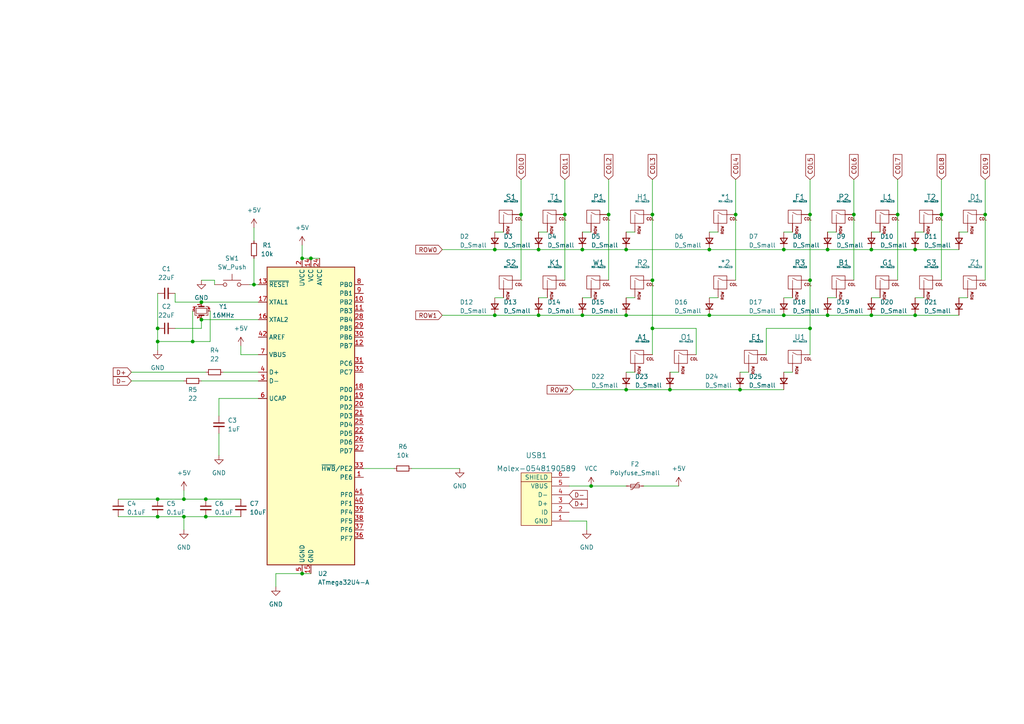
<source format=kicad_sch>
(kicad_sch (version 20211123) (generator eeschema)
  (paper "A4")
  (lib_symbols
    (symbol "Device:C_Small" (pin_numbers hide) (pin_names (offset 0.254) hide)
      (property "Reference" "C" (at 0.254 1.778 0))
      (property "Value" "C_Small" (at 0.254 -2.032 0))
      (symbol "C_Small_0_1"
        (polyline (pts (xy -1.524 -0.508) (xy 1.524 -0.508)) (stroke (width 0.3302)))
        (polyline (pts (xy -1.524 0.508) (xy 1.524 0.508)) (stroke (width 0.3048)))
      )
      (symbol "C_Small_1_1"
        (pin passive line (at 0 2.54 270) (length 2.032) (name "~") (number "1"))
        (pin passive line (at 0 -2.54 90) (length 2.032) (name "~") (number "2"))
      )
    )
    (symbol "Device:Crystal_GND24_Small" (pin_names (offset 1.016) hide)
      (property "Reference" "Y" (at 1.27 4.445 0))
      (property "Value" "Crystal_GND24_Small" (at 1.27 2.54 0))
      (symbol "Crystal_GND24_Small_0_1"
        (rectangle (start -0.762 -1.524) (end 0.762 1.524))
        (polyline (pts (xy -1.27 -0.762) (xy -1.27 0.762)) (stroke (width 0.381)))
        (polyline (pts (xy 1.27 -0.762) (xy 1.27 0.762)) (stroke (width 0.381)))
        (polyline (pts (xy -1.27 -1.27) (xy -1.27 -1.905) (xy 1.27 -1.905) (xy 1.27 -1.27)))
        (polyline (pts (xy -1.27 1.27) (xy -1.27 1.905) (xy 1.27 1.905) (xy 1.27 1.27)))
      )
      (symbol "Crystal_GND24_Small_1_1"
        (pin passive line (at -2.54 0 0) (length 1.27) (name "1") (number "1"))
        (pin passive line (at 0 -2.54 90) (length 0.635) (name "2") (number "2"))
        (pin passive line (at 2.54 0 180) (length 1.27) (name "3") (number "3"))
        (pin passive line (at 0 2.54 270) (length 0.635) (name "4") (number "4"))
      )
    )
    (symbol "Device:D_Small" (pin_numbers hide) (pin_names (offset 0.254) hide)
      (property "Reference" "D" (at -1.27 2.032 0))
      (property "Value" "D_Small" (at -3.81 -2.032 0))
      (symbol "D_Small_0_1"
        (polyline (pts (xy -0.762 -1.016) (xy -0.762 1.016)) (stroke (width 0.254)))
        (polyline (pts (xy -0.762 0) (xy 0.762 0)))
        (polyline (pts (xy 0.762 -1.016) (xy -0.762 0) (xy 0.762 1.016) (xy 0.762 -1.016)) (stroke (width 0.254)))
      )
      (symbol "D_Small_1_1"
        (pin passive line (at -2.54 0 0) (length 1.778) (name "K") (number "1"))
        (pin passive line (at 2.54 0 180) (length 1.778) (name "A") (number "2"))
      )
    )
    (symbol "Device:Polyfuse_Small" (pin_numbers hide) (pin_names (offset 0))
      (property "Reference" "F" (at -1.905 0 90))
      (property "Value" "Polyfuse_Small" (at 1.905 0 90))
      (symbol "Polyfuse_Small_0_1"
        (rectangle (start -0.508 1.27) (end 0.508 -1.27))
        (polyline (pts (xy 0 2.54) (xy 0 -2.54)))
        (polyline (pts (xy -1.016 1.27) (xy -1.016 0.762) (xy 1.016 -0.762) (xy 1.016 -1.27)))
      )
      (symbol "Polyfuse_Small_1_1"
        (pin passive line (at 0 2.54 270) (length 0.635) (name "~") (number "1"))
        (pin passive line (at 0 -2.54 90) (length 0.635) (name "~") (number "2"))
      )
    )
    (symbol "Device:R_Small" (pin_numbers hide) (pin_names (offset 0.254) hide)
      (property "Reference" "R" (at 0.762 0.508 0))
      (property "Value" "R_Small" (at 0.762 -1.016 0))
      (symbol "R_Small_0_1"
        (rectangle (start -0.762 1.778) (end 0.762 -1.778) (stroke (width 0.2032)))
      )
      (symbol "R_Small_1_1"
        (pin passive line (at 0 2.54 270) (length 0.762) (name "~") (number "1"))
        (pin passive line (at 0 -2.54 90) (length 0.762) (name "~") (number "2"))
      )
    )
    (symbol "MCU_Microchip_ATmega:ATmega32U4-A"
      (property "Reference" "U" (at -12.7 44.45 0))
      (property "Value" "ATmega32U4-A" (at 2.54 -44.45 0))
      (symbol "ATmega32U4-A_0_1"
        (rectangle (start -12.7 -43.18) (end 12.7 43.18) (stroke (width 0.254)) (fill (type background)))
      )
      (symbol "ATmega32U4-A_1_1"
        (pin bidirectional line (at 15.24 -17.78 180) (length 2.54) (name "PE6") (number "1"))
        (pin bidirectional line (at 15.24 33.02 180) (length 2.54) (name "PB2") (number "10"))
        (pin bidirectional line (at 15.24 30.48 180) (length 2.54) (name "PB3") (number "11"))
        (pin bidirectional line (at 15.24 20.32 180) (length 2.54) (name "PB7") (number "12"))
        (pin input line (at -15.24 38.1 0) (length 2.54) (name "~{RESET}") (number "13"))
        (pin power_in line (at 0 45.72 270) (length 2.54) (name "VCC") (number "14"))
        (pin power_in line (at 0 -45.72 90) (length 2.54) (name "GND") (number "15"))
        (pin output line (at -15.24 27.94 0) (length 2.54) (name "XTAL2") (number "16"))
        (pin input line (at -15.24 33.02 0) (length 2.54) (name "XTAL1") (number "17"))
        (pin bidirectional line (at 15.24 7.62 180) (length 2.54) (name "PD0") (number "18"))
        (pin bidirectional line (at 15.24 5.08 180) (length 2.54) (name "PD1") (number "19"))
        (pin power_in line (at -2.54 45.72 270) (length 2.54) (name "UVCC") (number "2"))
        (pin bidirectional line (at 15.24 2.54 180) (length 2.54) (name "PD2") (number "20"))
        (pin bidirectional line (at 15.24 0 180) (length 2.54) (name "PD3") (number "21"))
        (pin bidirectional line (at 15.24 -5.08 180) (length 2.54) (name "PD5") (number "22"))
        (pin passive line (at 0 -45.72 90) (length 2.54) hide (name "GND") (number "23"))
        (pin power_in line (at 2.54 45.72 270) (length 2.54) (name "AVCC") (number "24"))
        (pin bidirectional line (at 15.24 -2.54 180) (length 2.54) (name "PD4") (number "25"))
        (pin bidirectional line (at 15.24 -7.62 180) (length 2.54) (name "PD6") (number "26"))
        (pin bidirectional line (at 15.24 -10.16 180) (length 2.54) (name "PD7") (number "27"))
        (pin bidirectional line (at 15.24 27.94 180) (length 2.54) (name "PB4") (number "28"))
        (pin bidirectional line (at 15.24 25.4 180) (length 2.54) (name "PB5") (number "29"))
        (pin bidirectional line (at -15.24 10.16 0) (length 2.54) (name "D-") (number "3"))
        (pin bidirectional line (at 15.24 22.86 180) (length 2.54) (name "PB6") (number "30"))
        (pin bidirectional line (at 15.24 15.24 180) (length 2.54) (name "PC6") (number "31"))
        (pin bidirectional line (at 15.24 12.7 180) (length 2.54) (name "PC7") (number "32"))
        (pin bidirectional line (at 15.24 -15.24 180) (length 2.54) (name "~{HWB}/PE2") (number "33"))
        (pin passive line (at 0 45.72 270) (length 2.54) hide (name "VCC") (number "34"))
        (pin passive line (at 0 -45.72 90) (length 2.54) hide (name "GND") (number "35"))
        (pin bidirectional line (at 15.24 -35.56 180) (length 2.54) (name "PF7") (number "36"))
        (pin bidirectional line (at 15.24 -33.02 180) (length 2.54) (name "PF6") (number "37"))
        (pin bidirectional line (at 15.24 -30.48 180) (length 2.54) (name "PF5") (number "38"))
        (pin bidirectional line (at 15.24 -27.94 180) (length 2.54) (name "PF4") (number "39"))
        (pin bidirectional line (at -15.24 12.7 0) (length 2.54) (name "D+") (number "4"))
        (pin bidirectional line (at 15.24 -25.4 180) (length 2.54) (name "PF1") (number "40"))
        (pin bidirectional line (at 15.24 -22.86 180) (length 2.54) (name "PF0") (number "41"))
        (pin passive line (at -15.24 22.86 0) (length 2.54) (name "AREF") (number "42"))
        (pin passive line (at 0 -45.72 90) (length 2.54) hide (name "GND") (number "43"))
        (pin passive line (at 2.54 45.72 270) (length 2.54) hide (name "AVCC") (number "44"))
        (pin passive line (at -2.54 -45.72 90) (length 2.54) (name "UGND") (number "5"))
        (pin passive line (at -15.24 5.08 0) (length 2.54) (name "UCAP") (number "6"))
        (pin input line (at -15.24 17.78 0) (length 2.54) (name "VBUS") (number "7"))
        (pin bidirectional line (at 15.24 38.1 180) (length 2.54) (name "PB0") (number "8"))
        (pin bidirectional line (at 15.24 35.56 180) (length 2.54) (name "PB1") (number "9"))
      )
    )
    (symbol "MX_Alps_Hybrid:MX-NoLED" (pin_names (offset 1.016))
      (property "Reference" "MX" (at -0.635 3.81 0))
      (property "Value" "MX-NoLED" (at -0.635 1.27 0))
      (symbol "MX-NoLED_0_0"
        (rectangle (start -2.54 2.54) (end 1.27 -1.27))
        (polyline (pts (xy -1.27 -1.27) (xy -1.27 1.27)) (stroke (width 0.127)))
        (polyline (pts (xy 1.27 1.27) (xy 0 1.27) (xy -1.27 1.905)) (stroke (width 0.127)))
        (text "COL" (at 3.175 0 0) (effects (font (size 0.762 0.762))))
        (text "ROW" (at 0 -1.905 900) (effects (font (size 0.762 0.762)) (justify right)))
      )
      (symbol "MX-NoLED_1_1"
        (pin passive line (at 3.81 1.27 180) (length 2.54) (name "COL") (number "1"))
        (pin passive line (at -1.27 -3.81 90) (length 2.54) (name "ROW") (number "2"))
      )
    )
    (symbol "Switch:SW_Push" (pin_numbers hide) (pin_names (offset 1.016) hide)
      (property "Reference" "SW" (at 1.27 2.54 0))
      (property "Value" "SW_Push" (at 0 -1.524 0))
      (symbol "SW_Push_0_1"
        (circle (center -2.032 0) (radius 0.508))
        (polyline (pts (xy 0 1.27) (xy 0 3.048)))
        (polyline (pts (xy 2.54 1.27) (xy -2.54 1.27)))
        (circle (center 2.032 0) (radius 0.508))
        (pin passive line (at -5.08 0 0) (length 2.54) (name "1") (number "1"))
        (pin passive line (at 5.08 0 180) (length 2.54) (name "2") (number "2"))
      )
    )
    (symbol "power:+5V" (power) (pin_names (offset 0))
      (property "Value" "+5V" (at 0 3.556 0))
      (symbol "+5V_0_1"
        (polyline (pts (xy -0.762 1.27) (xy 0 2.54)))
        (polyline (pts (xy 0 0) (xy 0 2.54)))
        (polyline (pts (xy 0 2.54) (xy 0.762 1.27)))
      )
      (symbol "+5V_1_1"
        (pin power_in line (at 0 0 90) (length 0) hide (name "+5V") (number "1"))
      )
    )
    (symbol "power:GND" (power) (pin_names (offset 0))
      (property "Value" "GND" (at 0 -3.81 0))
      (symbol "GND_0_1"
        (polyline (pts (xy 0 0) (xy 0 -1.27) (xy 1.27 -1.27) (xy 0 -2.54) (xy -1.27 -1.27) (xy 0 -1.27)))
      )
      (symbol "GND_1_1"
        (pin power_in line (at 0 0 270) (length 0) hide (name "GND") (number "1"))
      )
    )
    (symbol "power:VCC" (power) (pin_names (offset 0))
      (property "Value" "VCC" (at 0 3.81 0))
      (symbol "VCC_0_1"
        (polyline (pts (xy -0.762 1.27) (xy 0 2.54)))
        (polyline (pts (xy 0 0) (xy 0 2.54)))
        (polyline (pts (xy 0 2.54) (xy 0.762 1.27)))
      )
      (symbol "VCC_1_1"
        (pin power_in line (at 0 0 90) (length 0) hide (name "VCC") (number "1"))
      )
    )
    (symbol "random-keyboard-parts:Molex-0548190589" (pin_names (offset 1.016))
      (property "Reference" "USB" (at 0 7.62 0))
      (property "Value" "Molex-0548190589" (at 0 10.16 0))
      (symbol "Molex-0548190589_0_0"
        (polyline (pts (xy 6.35 -2.54) (xy 6.35 6.35)))
        (rectangle (start 8.89 -2.54) (end -6.35 6.35) (fill (type background)))
      )
      (symbol "Molex-0548190589_1_1"
        (pin input line (at -5.08 -7.62 90) (length 5.08) (name "GND") (number "1"))
        (pin input line (at -2.54 -7.62 90) (length 5.08) (name "ID") (number "2"))
        (pin input line (at 0 -7.62 90) (length 5.08) (name "D+") (number "3"))
        (pin input line (at 2.54 -7.62 90) (length 5.08) (name "D-") (number "4"))
        (pin input line (at 5.08 -7.62 90) (length 5.08) (name "VBUS") (number "5"))
        (pin input line (at 7.62 -7.62 90) (length 5.08) (name "SHIELD") (number "6"))
      )
    )
  )
  (junction (at 87.63 74.93))
  (junction (at 265.43 91.44))
  (junction (at 90.17 74.93))
  (junction (at 189.23 81.28))
  (junction (at 213.36 62.23))
  (junction (at 227.33 72.39))
  (junction (at 143.51 91.44))
  (junction (at 227.33 91.44))
  (junction (at 45.72 144.78))
  (junction (at 53.34 149.86))
  (junction (at 194.31 113.03))
  (junction (at 273.05 62.23))
  (junction (at 73.66 82.55))
  (junction (at 156.21 72.39))
  (junction (at 163.83 62.23))
  (junction (at 234.95 81.28))
  (junction (at 181.61 113.03))
  (junction (at 58.42 92.71))
  (junction (at 189.23 62.23))
  (junction (at 45.72 99.06))
  (junction (at 171.45 140.97))
  (junction (at 265.43 72.39))
  (junction (at 59.69 144.78))
  (junction (at 234.95 62.23))
  (junction (at 181.61 91.44))
  (junction (at 247.65 62.23))
  (junction (at 59.69 149.86))
  (junction (at 252.73 72.39))
  (junction (at 205.74 72.39))
  (junction (at 181.61 72.39))
  (junction (at 240.03 91.44))
  (junction (at 176.53 62.23))
  (junction (at 53.34 144.78))
  (junction (at 45.72 149.86))
  (junction (at 168.91 91.44))
  (junction (at 252.73 91.44))
  (junction (at 168.91 72.39))
  (junction (at 214.63 113.03))
  (junction (at 58.42 87.63))
  (junction (at 234.95 95.25))
  (junction (at 55.88 99.06))
  (junction (at 151.13 62.23))
  (junction (at 285.75 62.23))
  (junction (at 240.03 72.39))
  (junction (at 205.74 91.44))
  (junction (at 189.23 95.25))
  (junction (at 143.51 72.39))
  (junction (at 156.21 91.44))
  (junction (at 260.35 62.23))
  (junction (at 45.72 95.25))
  (junction (at 87.63 166.37))
  (wire (pts (xy 143.51 91.44) (xy 128.27 91.44)))
  (wire (pts (xy 171.45 67.31) (xy 168.91 67.31)))
  (wire (pts (xy 143.51 72.39) (xy 156.21 72.39)))
  (wire (pts (xy 53.34 149.86) (xy 53.34 153.67)))
  (wire (pts (xy 217.17 107.95) (xy 214.63 107.95)))
  (wire (pts (xy 285.75 62.23) (xy 285.75 81.28)))
  (wire (pts (xy 156.21 72.39) (xy 168.91 72.39)))
  (wire (pts (xy 234.95 62.23) (xy 234.95 81.28)))
  (wire (pts (xy 146.05 86.36) (xy 143.51 86.36)))
  (wire (pts (xy 213.36 62.23) (xy 213.36 81.28)))
  (wire (pts (xy 189.23 62.23) (xy 189.23 81.28)))
  (wire (pts (xy 285.75 52.07) (xy 285.75 62.23)))
  (wire (pts (xy 38.1 107.95) (xy 59.69 107.95)))
  (wire (pts (xy 60.96 90.17) (xy 60.96 99.06)))
  (wire (pts (xy 165.1 140.97) (xy 171.45 140.97)))
  (wire (pts (xy 201.93 95.25) (xy 189.23 95.25)))
  (wire (pts (xy 45.72 149.86) (xy 53.34 149.86)))
  (wire (pts (xy 62.23 81.28) (xy 58.42 81.28)))
  (wire (pts (xy 158.75 67.31) (xy 156.21 67.31)))
  (wire (pts (xy 205.74 91.44) (xy 181.61 91.44)))
  (wire (pts (xy 252.73 91.44) (xy 240.03 91.44)))
  (wire (pts (xy 58.42 87.63) (xy 74.93 87.63)))
  (wire (pts (xy 278.13 91.44) (xy 265.43 91.44)))
  (wire (pts (xy 60.96 99.06) (xy 55.88 99.06)))
  (wire (pts (xy 165.1 151.13) (xy 170.18 151.13)))
  (wire (pts (xy 34.29 149.86) (xy 45.72 149.86)))
  (wire (pts (xy 72.39 82.55) (xy 73.66 82.55)))
  (wire (pts (xy 53.34 144.78) (xy 59.69 144.78)))
  (wire (pts (xy 260.35 52.07) (xy 260.35 62.23)))
  (wire (pts (xy 58.42 87.63) (xy 50.8 87.63)))
  (wire (pts (xy 63.5 115.57) (xy 63.5 120.65)))
  (wire (pts (xy 156.21 91.44) (xy 143.51 91.44)))
  (wire (pts (xy 242.57 67.31) (xy 240.03 67.31)))
  (wire (pts (xy 273.05 62.23) (xy 273.05 81.28)))
  (wire (pts (xy 171.45 140.97) (xy 181.61 140.97)))
  (wire (pts (xy 184.15 86.36) (xy 181.61 86.36)))
  (wire (pts (xy 265.43 72.39) (xy 278.13 72.39)))
  (wire (pts (xy 55.88 99.06) (xy 45.72 99.06)))
  (wire (pts (xy 128.27 72.39) (xy 143.51 72.39)))
  (wire (pts (xy 158.75 86.36) (xy 156.21 86.36)))
  (wire (pts (xy 55.88 90.17) (xy 55.88 99.06)))
  (wire (pts (xy 171.45 86.36) (xy 168.91 86.36)))
  (wire (pts (xy 252.73 72.39) (xy 265.43 72.39)))
  (wire (pts (xy 208.28 86.36) (xy 205.74 86.36)))
  (wire (pts (xy 247.65 62.23) (xy 247.65 81.28)))
  (wire (pts (xy 234.95 81.28) (xy 234.95 95.25)))
  (wire (pts (xy 214.63 113.03) (xy 194.31 113.03)))
  (wire (pts (xy 181.61 113.03) (xy 166.37 113.03)))
  (wire (pts (xy 170.18 151.13) (xy 170.18 153.67)))
  (wire (pts (xy 50.8 87.63) (xy 50.8 85.09)))
  (wire (pts (xy 62.23 82.55) (xy 62.23 81.28)))
  (wire (pts (xy 63.5 125.73) (xy 63.5 132.08)))
  (wire (pts (xy 45.72 99.06) (xy 45.72 101.6)))
  (wire (pts (xy 201.93 102.87) (xy 201.93 95.25)))
  (wire (pts (xy 267.97 86.36) (xy 265.43 86.36)))
  (wire (pts (xy 240.03 72.39) (xy 252.73 72.39)))
  (wire (pts (xy 168.91 91.44) (xy 156.21 91.44)))
  (wire (pts (xy 74.93 115.57) (xy 63.5 115.57)))
  (wire (pts (xy 80.01 166.37) (xy 80.01 170.18)))
  (wire (pts (xy 59.69 144.78) (xy 69.85 144.78)))
  (wire (pts (xy 229.87 107.95) (xy 227.33 107.95)))
  (wire (pts (xy 58.42 95.25) (xy 58.42 92.71)))
  (wire (pts (xy 69.85 100.33) (xy 69.85 102.87)))
  (wire (pts (xy 163.83 62.23) (xy 163.83 81.28)))
  (wire (pts (xy 87.63 166.37) (xy 80.01 166.37)))
  (wire (pts (xy 53.34 149.86) (xy 59.69 149.86)))
  (wire (pts (xy 151.13 52.07) (xy 151.13 62.23)))
  (wire (pts (xy 234.95 95.25) (xy 234.95 102.87)))
  (wire (pts (xy 90.17 74.93) (xy 92.71 74.93)))
  (wire (pts (xy 38.1 110.49) (xy 53.34 110.49)))
  (wire (pts (xy 58.42 92.71) (xy 74.93 92.71)))
  (wire (pts (xy 34.29 144.78) (xy 45.72 144.78)))
  (wire (pts (xy 227.33 113.03) (xy 214.63 113.03)))
  (wire (pts (xy 184.15 107.95) (xy 181.61 107.95)))
  (wire (pts (xy 163.83 52.07) (xy 163.83 62.23)))
  (wire (pts (xy 53.34 142.24) (xy 53.34 144.78)))
  (wire (pts (xy 64.77 107.95) (xy 74.93 107.95)))
  (wire (pts (xy 222.25 95.25) (xy 234.95 95.25)))
  (wire (pts (xy 189.23 95.25) (xy 189.23 102.87)))
  (wire (pts (xy 146.05 67.31) (xy 143.51 67.31)))
  (wire (pts (xy 73.66 74.93) (xy 73.66 82.55)))
  (wire (pts (xy 280.67 86.36) (xy 278.13 86.36)))
  (wire (pts (xy 87.63 74.93) (xy 90.17 74.93)))
  (wire (pts (xy 255.27 86.36) (xy 252.73 86.36)))
  (wire (pts (xy 208.28 67.31) (xy 205.74 67.31)))
  (wire (pts (xy 45.72 144.78) (xy 53.34 144.78)))
  (wire (pts (xy 90.17 166.37) (xy 87.63 166.37)))
  (wire (pts (xy 242.57 86.36) (xy 240.03 86.36)))
  (wire (pts (xy 59.69 149.86) (xy 69.85 149.86)))
  (wire (pts (xy 73.66 66.04) (xy 73.66 69.85)))
  (wire (pts (xy 119.38 135.89) (xy 133.35 135.89)))
  (wire (pts (xy 58.42 110.49) (xy 74.93 110.49)))
  (wire (pts (xy 181.61 91.44) (xy 168.91 91.44)))
  (wire (pts (xy 176.53 52.07) (xy 176.53 62.23)))
  (wire (pts (xy 260.35 62.23) (xy 260.35 81.28)))
  (wire (pts (xy 227.33 91.44) (xy 205.74 91.44)))
  (wire (pts (xy 213.36 52.07) (xy 213.36 62.23)))
  (wire (pts (xy 267.97 67.31) (xy 265.43 67.31)))
  (wire (pts (xy 184.15 67.31) (xy 181.61 67.31)))
  (wire (pts (xy 168.91 72.39) (xy 181.61 72.39)))
  (wire (pts (xy 234.95 52.07) (xy 234.95 62.23)))
  (wire (pts (xy 105.41 135.89) (xy 114.3 135.89)))
  (wire (pts (xy 73.66 82.55) (xy 74.93 82.55)))
  (wire (pts (xy 87.63 71.12) (xy 87.63 74.93)))
  (wire (pts (xy 176.53 62.23) (xy 176.53 81.28)))
  (wire (pts (xy 247.65 52.07) (xy 247.65 62.23)))
  (wire (pts (xy 186.69 140.97) (xy 196.85 140.97)))
  (wire (pts (xy 196.85 107.95) (xy 194.31 107.95)))
  (wire (pts (xy 205.74 72.39) (xy 227.33 72.39)))
  (wire (pts (xy 229.87 86.36) (xy 227.33 86.36)))
  (wire (pts (xy 229.87 67.31) (xy 227.33 67.31)))
  (wire (pts (xy 240.03 91.44) (xy 227.33 91.44)))
  (wire (pts (xy 189.23 81.28) (xy 189.23 95.25)))
  (wire (pts (xy 45.72 85.09) (xy 45.72 95.25)))
  (wire (pts (xy 255.27 67.31) (xy 252.73 67.31)))
  (wire (pts (xy 227.33 72.39) (xy 240.03 72.39)))
  (wire (pts (xy 181.61 72.39) (xy 205.74 72.39)))
  (wire (pts (xy 45.72 95.25) (xy 45.72 99.06)))
  (wire (pts (xy 189.23 52.07) (xy 189.23 62.23)))
  (wire (pts (xy 69.85 102.87) (xy 74.93 102.87)))
  (wire (pts (xy 273.05 52.07) (xy 273.05 62.23)))
  (wire (pts (xy 50.8 95.25) (xy 58.42 95.25)))
  (wire (pts (xy 280.67 67.31) (xy 278.13 67.31)))
  (wire (pts (xy 222.25 102.87) (xy 222.25 95.25)))
  (wire (pts (xy 151.13 62.23) (xy 151.13 81.28)))
  (wire (pts (xy 194.31 113.03) (xy 181.61 113.03)))
  (wire (pts (xy 265.43 91.44) (xy 252.73 91.44)))
  (global_label "COL6" (shape input) (at 247.65 52.07 90) (property "Intersheet References" "${INTERSHEET_REFS}" (effects hide)))
  (global_label "COL9" (shape input) (at 285.75 52.07 90) (property "Intersheet References" "${INTERSHEET_REFS}" (effects hide)))
  (global_label "ROW0" (shape input) (at 128.27 72.39 180) (property "Intersheet References" "${INTERSHEET_REFS}" (effects hide)))
  (global_label "D+" (shape input) (at 165.1 146.05 0) (property "Intersheet References" "${INTERSHEET_REFS}" (effects hide)))
  (global_label "ROW2" (shape input) (at 166.37 113.03 180) (property "Intersheet References" "${INTERSHEET_REFS}" (effects hide)))
  (global_label "D+" (shape input) (at 38.1 107.95 180) (property "Intersheet References" "${INTERSHEET_REFS}" (effects hide)))
  (global_label "COL3" (shape input) (at 189.23 52.07 90) (property "Intersheet References" "${INTERSHEET_REFS}" (effects hide)))
  (global_label "COL0" (shape input) (at 151.13 52.07 90) (property "Intersheet References" "${INTERSHEET_REFS}" (effects hide)))
  (global_label "COL1" (shape input) (at 163.83 52.07 90) (property "Intersheet References" "${INTERSHEET_REFS}" (effects hide)))
  (global_label "COL8" (shape input) (at 273.05 52.07 90) (property "Intersheet References" "${INTERSHEET_REFS}" (effects hide)))
  (global_label "COL7" (shape input) (at 260.35 52.07 90) (property "Intersheet References" "${INTERSHEET_REFS}" (effects hide)))
  (global_label "D-" (shape input) (at 165.1 143.51 0) (property "Intersheet References" "${INTERSHEET_REFS}" (effects hide)))
  (global_label "D-" (shape input) (at 38.1 110.49 180) (property "Intersheet References" "${INTERSHEET_REFS}" (effects hide)))
  (global_label "COL2" (shape input) (at 176.53 52.07 90) (property "Intersheet References" "${INTERSHEET_REFS}" (effects hide)))
  (global_label "ROW1" (shape input) (at 128.27 91.44 180) (property "Intersheet References" "${INTERSHEET_REFS}" (effects hide)))
  (global_label "COL4" (shape input) (at 213.36 52.07 90) (property "Intersheet References" "${INTERSHEET_REFS}" (effects hide)))
  (global_label "COL5" (shape input) (at 234.95 52.07 90) (property "Intersheet References" "${INTERSHEET_REFS}" (effects hide)))
  (symbol (lib_id "Device:Polyfuse_Small") (at 184.15 140.97 90) (unit 1)
    (property "Reference" "F2" (at 184.15 134.62 90))
    (property "Value" "Polyfuse_Small" (at 184.15 137.16 90))
    (property "Footprint" "Fuse:Fuse_1206_3216Metric" (effects hide))
  )
  (symbol (lib_id "Device:C_Small") (at 59.69 147.32 0) (unit 1)
    (property "Reference" "C6" (at 62.23 146.0562 0) (effects (justify left)))
    (property "Value" "0.1uF" (at 62.23 148.5962 0) (effects (justify left)))
    (property "Footprint" "Capacitor_SMD:C_0805_2012Metric" (effects hide))
    (property "Datasheet" "1uF" (effects hide))
  )
  (symbol (lib_id "power:+5V") (at 196.85 140.97 0) (unit 1)
    (property "Reference" "#PWR0102" (effects hide))
    (property "Value" "+5V" (at 196.85 135.89 0))
  )
  (symbol (lib_id "Device:D_Small") (at 252.73 69.85 90) (unit 1)
    (property "Reference" "D9" (at 242.57 68.58 90) (effects (justify right)))
    (property "Value" "D_Small" (at 242.57 71.12 90) (effects (justify right)))
    (property "Footprint" "Diode_SMD:D_SOD-123" (effects hide))
  )
  (symbol (lib_id "Device:D_Small") (at 181.61 88.9 90) (unit 1)
    (property "Reference" "D15" (at 171.45 87.63 90) (effects (justify right)))
    (property "Value" "D_Small" (at 171.45 90.17 90) (effects (justify right)))
    (property "Footprint" "Diode_SMD:D_SOD-123" (effects hide))
  )
  (symbol (lib_id "Device:D_Small") (at 168.91 88.9 90) (unit 1)
    (property "Reference" "D14" (at 158.75 87.63 90) (effects (justify right)))
    (property "Value" "D_Small" (at 158.75 90.17 90) (effects (justify right)))
    (property "Footprint" "Diode_SMD:D_SOD-123" (effects hide))
  )
  (symbol (lib_id "Device:R_Small") (at 116.84 135.89 90) (unit 1)
    (property "Reference" "R6" (at 116.84 129.54 90))
    (property "Value" "10k" (at 116.84 132.08 90))
    (property "Footprint" "Resistor_SMD:R_0805_2012Metric" (effects hide))
  )
  (symbol (lib_id "MX_Alps_Hybrid:MX-NoLED") (at 218.44 104.14 0) (unit 1)
    (property "Reference" "E1" (at 219.3256 97.79 0) (effects (font (size 1.524 1.524))))
    (property "Value" "MX-NoLED" (at 219.3256 99.06 0) (effects (font (size 0.508 0.508))))
    (property "Footprint" "MX_Alps_Hybrid:MX-1U" (effects hide))
  )
  (symbol (lib_id "MX_Alps_Hybrid:MX-NoLED") (at 269.24 63.5 0) (unit 1)
    (property "Reference" "T2" (at 270.1256 57.15 0) (effects (font (size 1.524 1.524))))
    (property "Value" "MX-NoLED" (at 270.1256 58.42 0) (effects (font (size 0.508 0.508))))
    (property "Footprint" "MX_Alps_Hybrid:MX-1U" (effects hide))
  )
  (symbol (lib_id "MX_Alps_Hybrid:MX-NoLED") (at 172.72 63.5 0) (unit 1)
    (property "Reference" "P1" (at 173.6056 57.15 0) (effects (font (size 1.524 1.524))))
    (property "Value" "MX-NoLED" (at 173.6056 58.42 0) (effects (font (size 0.508 0.508))))
    (property "Footprint" "MX_Alps_Hybrid:MX-1U" (effects hide))
  )
  (symbol (lib_id "MX_Alps_Hybrid:MX-NoLED") (at 243.84 63.5 0) (unit 1)
    (property "Reference" "P2" (at 244.7256 57.15 0) (effects (font (size 1.524 1.524))))
    (property "Value" "MX-NoLED" (at 244.7256 58.42 0) (effects (font (size 0.508 0.508))))
    (property "Footprint" "MX_Alps_Hybrid:MX-1U" (effects hide))
  )
  (symbol (lib_id "Device:D_Small") (at 252.73 88.9 90) (unit 1)
    (property "Reference" "D19" (at 242.57 87.63 90) (effects (justify right)))
    (property "Value" "D_Small" (at 242.57 90.17 90) (effects (justify right)))
    (property "Footprint" "Diode_SMD:D_SOD-123" (effects hide))
  )
  (symbol (lib_id "Device:C_Small") (at 34.29 147.32 0) (unit 1)
    (property "Reference" "C4" (at 36.83 146.0562 0) (effects (justify left)))
    (property "Value" "0.1uF" (at 36.83 148.5962 0) (effects (justify left)))
    (property "Footprint" "Capacitor_SMD:C_0805_2012Metric" (effects hide))
    (property "Datasheet" "1uF" (effects hide))
  )
  (symbol (lib_id "MX_Alps_Hybrid:MX-NoLED") (at 256.54 63.5 0) (unit 1)
    (property "Reference" "L1" (at 257.4256 57.15 0) (effects (font (size 1.524 1.524))))
    (property "Value" "MX-NoLED" (at 257.4256 58.42 0) (effects (font (size 0.508 0.508))))
    (property "Footprint" "MX_Alps_Hybrid:MX-1U" (effects hide))
  )
  (symbol (lib_id "MX_Alps_Hybrid:MX-NoLED") (at 231.14 104.14 0) (unit 1)
    (property "Reference" "U1" (at 232.0256 97.79 0) (effects (font (size 1.524 1.524))))
    (property "Value" "MX-NoLED" (at 232.0256 99.06 0) (effects (font (size 0.508 0.508))))
    (property "Footprint" "MX_Alps_Hybrid:MX-1U" (effects hide))
  )
  (symbol (lib_id "Device:D_Small") (at 278.13 69.85 90) (unit 1)
    (property "Reference" "D11" (at 267.97 68.58 90) (effects (justify right)))
    (property "Value" "D_Small" (at 267.97 71.12 90) (effects (justify right)))
    (property "Footprint" "Diode_SMD:D_SOD-123" (effects hide))
  )
  (symbol (lib_id "MX_Alps_Hybrid:MX-NoLED") (at 160.02 63.5 0) (unit 1)
    (property "Reference" "T1" (at 160.9056 57.15 0) (effects (font (size 1.524 1.524))))
    (property "Value" "MX-NoLED" (at 160.9056 58.42 0) (effects (font (size 0.508 0.508))))
    (property "Footprint" "MX_Alps_Hybrid:MX-1U" (effects hide))
  )
  (symbol (lib_id "Device:D_Small") (at 265.43 69.85 90) (unit 1)
    (property "Reference" "D10" (at 255.27 68.58 90) (effects (justify right)))
    (property "Value" "D_Small" (at 255.27 71.12 90) (effects (justify right)))
    (property "Footprint" "Diode_SMD:D_SOD-123" (effects hide))
  )
  (symbol (lib_id "MX_Alps_Hybrid:MX-NoLED") (at 281.94 82.55 0) (unit 1)
    (property "Reference" "Z1" (at 282.8256 76.2 0) (effects (font (size 1.524 1.524))))
    (property "Value" "MX-NoLED" (at 282.8256 77.47 0) (effects (font (size 0.508 0.508))))
    (property "Footprint" "MX_Alps_Hybrid:MX-1U" (effects hide))
  )
  (symbol (lib_id "MX_Alps_Hybrid:MX-NoLED") (at 198.12 104.14 0) (unit 1)
    (property "Reference" "O1" (at 199.0056 97.79 0) (effects (font (size 1.524 1.524))))
    (property "Value" "MX-NoLED" (at 199.0056 99.06 0) (effects (font (size 0.508 0.508))))
    (property "Footprint" "MX_Alps_Hybrid:MX-1U" (effects hide))
  )
  (symbol (lib_id "Device:D_Small") (at 265.43 88.9 90) (unit 1)
    (property "Reference" "D20" (at 255.27 87.63 90) (effects (justify right)))
    (property "Value" "D_Small" (at 255.27 90.17 90) (effects (justify right)))
    (property "Footprint" "Diode_SMD:D_SOD-123" (effects hide))
  )
  (symbol (lib_id "Device:C_Small") (at 48.26 95.25 90) (unit 1)
    (property "Reference" "C2" (at 48.2663 88.9 90))
    (property "Value" "22uF" (at 48.2663 91.44 90))
    (property "Footprint" "Capacitor_SMD:C_0805_2012Metric" (effects hide))
    (property "Datasheet" "1uF" (effects hide))
  )
  (symbol (lib_id "Device:D_Small") (at 168.91 69.85 90) (unit 1)
    (property "Reference" "D4" (at 158.75 68.58 90) (effects (justify right)))
    (property "Value" "D_Small" (at 158.75 71.12 90) (effects (justify right)))
    (property "Footprint" "Diode_SMD:D_SOD-123" (effects hide))
  )
  (symbol (lib_id "power:GND") (at 133.35 135.89 0) (unit 1)
    (property "Reference" "#PWR0110" (effects hide))
    (property "Value" "GND" (at 133.35 140.97 0))
  )
  (symbol (lib_id "MX_Alps_Hybrid:MX-NoLED") (at 185.42 63.5 0) (unit 1)
    (property "Reference" "H1" (at 186.3056 57.15 0) (effects (font (size 1.524 1.524))))
    (property "Value" "MX-NoLED" (at 186.3056 58.42 0) (effects (font (size 0.508 0.508))))
    (property "Footprint" "MX_Alps_Hybrid:MX-1U" (effects hide))
  )
  (symbol (lib_id "Device:D_Small") (at 214.63 110.49 90) (unit 1)
    (property "Reference" "D24" (at 204.47 109.22 90) (effects (justify right)))
    (property "Value" "D_Small" (at 204.47 111.76 90) (effects (justify right)))
    (property "Footprint" "Diode_SMD:D_SOD-123" (effects hide))
  )
  (symbol (lib_id "Device:D_Small") (at 156.21 88.9 90) (unit 1)
    (property "Reference" "D13" (at 146.05 87.63 90) (effects (justify right)))
    (property "Value" "D_Small" (at 146.05 90.17 90) (effects (justify right)))
    (property "Footprint" "Diode_SMD:D_SOD-123" (effects hide))
  )
  (symbol (lib_id "MX_Alps_Hybrid:MX-NoLED") (at 185.42 104.14 0) (unit 1)
    (property "Reference" "A1" (at 186.3056 97.79 0) (effects (font (size 1.524 1.524))))
    (property "Value" "MX-NoLED" (at 186.3056 99.06 0) (effects (font (size 0.508 0.508))))
    (property "Footprint" "MX_Alps_Hybrid:MX-1U" (effects hide))
  )
  (symbol (lib_id "MX_Alps_Hybrid:MX-NoLED") (at 147.32 63.5 0) (unit 1)
    (property "Reference" "S1" (at 148.2056 57.15 0) (effects (font (size 1.524 1.524))))
    (property "Value" "MX-NoLED" (at 148.2056 58.42 0) (effects (font (size 0.508 0.508))))
    (property "Footprint" "MX_Alps_Hybrid:MX-1U" (effects hide))
  )
  (symbol (lib_id "MX_Alps_Hybrid:MX-NoLED") (at 231.14 63.5 0) (unit 1)
    (property "Reference" "F1" (at 232.0256 57.15 0) (effects (font (size 1.524 1.524))))
    (property "Value" "MX-NoLED" (at 232.0256 58.42 0) (effects (font (size 0.508 0.508))))
    (property "Footprint" "MX_Alps_Hybrid:MX-1U" (effects hide))
  )
  (symbol (lib_id "Device:D_Small") (at 194.31 110.49 90) (unit 1)
    (property "Reference" "D23" (at 184.15 109.22 90) (effects (justify right)))
    (property "Value" "D_Small" (at 184.15 111.76 90) (effects (justify right)))
    (property "Footprint" "Diode_SMD:D_SOD-123" (effects hide))
  )
  (symbol (lib_id "Device:D_Small") (at 227.33 88.9 90) (unit 1)
    (property "Reference" "D17" (at 217.17 87.63 90) (effects (justify right)))
    (property "Value" "D_Small" (at 217.17 90.17 90) (effects (justify right)))
    (property "Footprint" "Diode_SMD:D_SOD-123" (effects hide))
  )
  (symbol (lib_id "Device:D_Small") (at 181.61 69.85 90) (unit 1)
    (property "Reference" "D5" (at 171.45 68.58 90) (effects (justify right)))
    (property "Value" "D_Small" (at 171.45 71.12 90) (effects (justify right)))
    (property "Footprint" "Diode_SMD:D_SOD-123" (effects hide))
  )
  (symbol (lib_id "Device:D_Small") (at 240.03 88.9 90) (unit 1)
    (property "Reference" "D18" (at 229.87 87.63 90) (effects (justify right)))
    (property "Value" "D_Small" (at 229.87 90.17 90) (effects (justify right)))
    (property "Footprint" "Diode_SMD:D_SOD-123" (effects hide))
  )
  (symbol (lib_id "power:VCC") (at 171.45 140.97 0) (unit 1)
    (property "Reference" "#PWR0101" (effects hide))
    (property "Value" "VCC" (at 171.45 135.89 0))
  )
  (symbol (lib_id "Device:R_Small") (at 73.66 72.39 180) (unit 1)
    (property "Reference" "R1" (at 77.47 71.12 0))
    (property "Value" "10k" (at 77.47 73.66 0))
    (property "Footprint" "Resistor_SMD:R_0805_2012Metric" (effects hide))
  )
  (symbol (lib_id "Device:D_Small") (at 227.33 110.49 90) (unit 1)
    (property "Reference" "D25" (at 217.17 109.22 90) (effects (justify right)))
    (property "Value" "D_Small" (at 217.17 111.76 90) (effects (justify right)))
    (property "Footprint" "Diode_SMD:D_SOD-123" (effects hide))
  )
  (symbol (lib_id "power:GND") (at 170.18 153.67 0) (unit 1)
    (property "Reference" "#PWR0111" (effects hide))
    (property "Value" "GND" (at 170.18 158.75 0))
  )
  (symbol (lib_id "MX_Alps_Hybrid:MX-NoLED") (at 147.32 82.55 0) (unit 1)
    (property "Reference" "S2" (at 148.2056 76.2 0) (effects (font (size 1.524 1.524))))
    (property "Value" "MX-NoLED" (at 148.2056 77.47 0) (effects (font (size 0.508 0.508))))
    (property "Footprint" "MX_Alps_Hybrid:MX-1U" (effects hide))
  )
  (symbol (lib_id "MX_Alps_Hybrid:MX-NoLED") (at 281.94 63.5 0) (unit 1)
    (property "Reference" "D1" (at 282.8256 57.15 0) (effects (font (size 1.524 1.524))))
    (property "Value" "MX-NoLED" (at 282.8256 58.42 0) (effects (font (size 0.508 0.508))))
    (property "Footprint" "MX_Alps_Hybrid:MX-1U" (effects hide))
  )
  (symbol (lib_id "power:+5V") (at 73.66 66.04 0) (unit 1)
    (property "Reference" "#PWR0103" (effects hide))
    (property "Value" "+5V" (at 73.66 60.96 0))
  )
  (symbol (lib_id "random-keyboard-parts:Molex-0548190589") (at 157.48 146.05 90) (unit 1)
    (property "Reference" "USB1" (at 155.575 132.08 90) (effects (font (size 1.524 1.524))))
    (property "Value" "Molex-0548190589" (at 155.575 135.89 90) (effects (font (size 1.524 1.524))))
    (property "Footprint" "random-keyboard-parts:Molex-0548190589" (effects hide))
  )
  (symbol (lib_id "MX_Alps_Hybrid:MX-NoLED") (at 243.84 82.55 0) (unit 1)
    (property "Reference" "B1" (at 244.7256 76.2 0) (effects (font (size 1.524 1.524))))
    (property "Value" "MX-NoLED" (at 244.7256 77.47 0) (effects (font (size 0.508 0.508))))
    (property "Footprint" "MX_Alps_Hybrid:MX-1U" (effects hide))
  )
  (symbol (lib_id "Device:D_Small") (at 205.74 88.9 90) (unit 1)
    (property "Reference" "D16" (at 195.58 87.63 90) (effects (justify right)))
    (property "Value" "D_Small" (at 195.58 90.17 90) (effects (justify right)))
    (property "Footprint" "Diode_SMD:D_SOD-123" (effects hide))
  )
  (symbol (lib_id "Device:D_Small") (at 143.51 69.85 90) (unit 1)
    (property "Reference" "D2" (at 133.35 68.58 90) (effects (justify right)))
    (property "Value" "D_Small" (at 133.35 71.12 90) (effects (justify right)))
    (property "Footprint" "Diode_SMD:D_SOD-123" (effects hide))
  )
  (symbol (lib_id "Device:D_Small") (at 156.21 69.85 90) (unit 1)
    (property "Reference" "D3" (at 146.05 68.58 90) (effects (justify right)))
    (property "Value" "D_Small" (at 146.05 71.12 90) (effects (justify right)))
    (property "Footprint" "Diode_SMD:D_SOD-123" (effects hide))
  )
  (symbol (lib_id "Device:D_Small") (at 143.51 88.9 90) (unit 1)
    (property "Reference" "D12" (at 133.35 87.63 90) (effects (justify right)))
    (property "Value" "D_Small" (at 133.35 90.17 90) (effects (justify right)))
    (property "Footprint" "Diode_SMD:D_SOD-123" (effects hide))
  )
  (symbol (lib_id "MX_Alps_Hybrid:MX-NoLED") (at 185.42 82.55 0) (unit 1)
    (property "Reference" "R2" (at 186.3056 76.2 0) (effects (font (size 1.524 1.524))))
    (property "Value" "MX-NoLED" (at 186.3056 77.47 0) (effects (font (size 0.508 0.508))))
    (property "Footprint" "MX_Alps_Hybrid:MX-1U" (effects hide))
  )
  (symbol (lib_id "MX_Alps_Hybrid:MX-NoLED") (at 209.55 63.5 0) (unit 1)
    (property "Reference" "*1" (at 210.4356 57.15 0) (effects (font (size 1.524 1.524))))
    (property "Value" "MX-NoLED" (at 210.4356 58.42 0) (effects (font (size 0.508 0.508))))
    (property "Footprint" "MX_Alps_Hybrid:MX-1U" (effects hide))
  )
  (symbol (lib_id "Device:C_Small") (at 69.85 147.32 0) (unit 1)
    (property "Reference" "C7" (at 72.39 146.0562 0) (effects (justify left)))
    (property "Value" "10uF" (at 72.39 148.5962 0) (effects (justify left)))
    (property "Footprint" "Capacitor_SMD:C_0805_2012Metric" (effects hide))
    (property "Datasheet" "1uF" (effects hide))
  )
  (symbol (lib_id "Device:D_Small") (at 181.61 110.49 90) (unit 1)
    (property "Reference" "D22" (at 171.45 109.22 90) (effects (justify right)))
    (property "Value" "D_Small" (at 171.45 111.76 90) (effects (justify right)))
    (property "Footprint" "Diode_SMD:D_SOD-123" (effects hide))
  )
  (symbol (lib_id "Device:D_Small") (at 205.74 69.85 90) (unit 1)
    (property "Reference" "D6" (at 195.58 68.58 90) (effects (justify right)))
    (property "Value" "D_Small" (at 195.58 71.12 90) (effects (justify right)))
    (property "Footprint" "Diode_SMD:D_SOD-123" (effects hide))
  )
  (symbol (lib_id "MCU_Microchip_ATmega:ATmega32U4-A") (at 90.17 120.65 0) (unit 1)
    (property "Reference" "U2" (at 92.1894 166.37 0) (effects (justify left)))
    (property "Value" "ATmega32U4-A" (at 92.1894 168.91 0) (effects (justify left)))
    (property "Footprint" "Package_QFP:TQFP-44_10x10mm_P0.8mm" (effects hide))
    (property "Datasheet" "http://ww1.microchip.com/downloads/en/DeviceDoc/Atmel-7766-8-bit-AVR-ATmega16U4-32U4_Datasheet.pdf" (effects hide))
  )
  (symbol (lib_id "power:GND") (at 53.34 153.67 0) (unit 1)
    (property "Reference" "#PWR0113" (effects hide))
    (property "Value" "GND" (at 53.34 158.75 0))
  )
  (symbol (lib_id "Device:R_Small") (at 62.23 107.95 90) (unit 1)
    (property "Reference" "R4" (at 62.23 101.6 90))
    (property "Value" "22" (at 62.23 104.14 90))
    (property "Footprint" "Resistor_SMD:R_0805_2012Metric" (effects hide))
  )
  (symbol (lib_id "power:GND") (at 45.72 101.6 0) (unit 1)
    (property "Reference" "#PWR0107" (effects hide))
    (property "Value" "GND" (at 45.72 106.68 0))
  )
  (symbol (lib_id "power:GND") (at 63.5 132.08 0) (unit 1)
    (property "Reference" "#PWR0109" (effects hide))
    (property "Value" "GND" (at 63.5 137.16 0))
  )
  (symbol (lib_id "MX_Alps_Hybrid:MX-NoLED") (at 256.54 82.55 0) (unit 1)
    (property "Reference" "G1" (at 257.4256 76.2 0) (effects (font (size 1.524 1.524))))
    (property "Value" "MX-NoLED" (at 257.4256 77.47 0) (effects (font (size 0.508 0.508))))
    (property "Footprint" "MX_Alps_Hybrid:MX-1U" (effects hide))
  )
  (symbol (lib_id "Switch:SW_Push") (at 67.31 82.55 0) (unit 1)
    (property "Reference" "SW1" (at 67.31 74.93 0))
    (property "Value" "SW_Push" (at 67.31 77.47 0))
    (property "Footprint" "random-keyboard-parts:SKQG-1155865" (effects hide))
  )
  (symbol (lib_id "Device:D_Small") (at 227.33 69.85 90) (unit 1)
    (property "Reference" "D7" (at 217.17 68.58 90) (effects (justify right)))
    (property "Value" "D_Small" (at 217.17 71.12 90) (effects (justify right)))
    (property "Footprint" "Diode_SMD:D_SOD-123" (effects hide))
  )
  (symbol (lib_id "MX_Alps_Hybrid:MX-NoLED") (at 160.02 82.55 0) (unit 1)
    (property "Reference" "K1" (at 160.9056 76.2 0) (effects (font (size 1.524 1.524))))
    (property "Value" "MX-NoLED" (at 160.9056 77.47 0) (effects (font (size 0.508 0.508))))
    (property "Footprint" "MX_Alps_Hybrid:MX-1U" (effects hide))
  )
  (symbol (lib_id "MX_Alps_Hybrid:MX-NoLED") (at 231.14 82.55 0) (unit 1)
    (property "Reference" "R3" (at 232.0256 76.2 0) (effects (font (size 1.524 1.524))))
    (property "Value" "MX-NoLED" (at 232.0256 77.47 0) (effects (font (size 0.508 0.508))))
    (property "Footprint" "MX_Alps_Hybrid:MX-1U" (effects hide))
  )
  (symbol (lib_id "Device:D_Small") (at 240.03 69.85 90) (unit 1)
    (property "Reference" "D8" (at 229.87 68.58 90) (effects (justify right)))
    (property "Value" "D_Small" (at 229.87 71.12 90) (effects (justify right)))
    (property "Footprint" "Diode_SMD:D_SOD-123" (effects hide))
  )
  (symbol (lib_id "MX_Alps_Hybrid:MX-NoLED") (at 172.72 82.55 0) (unit 1)
    (property "Reference" "W1" (at 173.6056 76.2 0) (effects (font (size 1.524 1.524))))
    (property "Value" "MX-NoLED" (at 173.6056 77.47 0) (effects (font (size 0.508 0.508))))
    (property "Footprint" "MX_Alps_Hybrid:MX-1U" (effects hide))
  )
  (symbol (lib_id "power:GND") (at 80.01 170.18 0) (unit 1)
    (property "Reference" "#PWR0112" (effects hide))
    (property "Value" "GND" (at 80.01 175.26 0))
  )
  (symbol (lib_id "Device:C_Small") (at 48.26 85.09 90) (unit 1)
    (property "Reference" "C1" (at 48.2663 77.9726 90))
    (property "Value" "22uF" (at 48.2663 80.5126 90))
    (property "Footprint" "Capacitor_SMD:C_0805_2012Metric" (effects hide))
    (property "Datasheet" "1uF" (effects hide))
  )
  (symbol (lib_id "power:+5V") (at 53.34 142.24 0) (unit 1)
    (property "Reference" "#PWR0108" (effects hide))
    (property "Value" "+5V" (at 53.34 137.16 0))
  )
  (symbol (lib_id "power:+5V") (at 87.63 71.12 0) (unit 1)
    (property "Reference" "#PWR0105" (effects hide))
    (property "Value" "+5V" (at 87.63 66.04 0))
  )
  (symbol (lib_id "Device:C_Small") (at 63.5 123.19 0) (unit 1)
    (property "Reference" "C3" (at 66.04 121.9262 0) (effects (justify left)))
    (property "Value" "1uF" (at 66.04 124.4662 0) (effects (justify left)))
    (property "Footprint" "Capacitor_SMD:C_0805_2012Metric" (effects hide))
    (property "Datasheet" "1uF" (effects hide))
  )
  (symbol (lib_id "Device:C_Small") (at 45.72 147.32 0) (unit 1)
    (property "Reference" "C5" (at 48.26 146.0562 0) (effects (justify left)))
    (property "Value" "0.1uF" (at 48.26 148.5962 0) (effects (justify left)))
    (property "Footprint" "Capacitor_SMD:C_0805_2012Metric" (effects hide))
    (property "Datasheet" "1uF" (effects hide))
  )
  (symbol (lib_id "MX_Alps_Hybrid:MX-NoLED") (at 209.55 82.55 0) (unit 1)
    (property "Reference" "*2" (at 210.4356 76.2 0) (effects (font (size 1.524 1.524))))
    (property "Value" "MX-NoLED" (at 210.4356 77.47 0) (effects (font (size 0.508 0.508))))
    (property "Footprint" "MX_Alps_Hybrid:MX-1U" (effects hide))
  )
  (symbol (lib_id "power:GND") (at 58.42 81.28 0) (unit 1)
    (property "Reference" "#PWR0106" (effects hide))
    (property "Value" "GND" (at 58.42 86.36 0))
  )
  (symbol (lib_id "MX_Alps_Hybrid:MX-NoLED") (at 269.24 82.55 0) (unit 1)
    (property "Reference" "S3" (at 270.1256 76.2 0) (effects (font (size 1.524 1.524))))
    (property "Value" "MX-NoLED" (at 270.1256 77.47 0) (effects (font (size 0.508 0.508))))
    (property "Footprint" "MX_Alps_Hybrid:MX-1U" (effects hide))
  )
  (symbol (lib_id "power:+5V") (at 69.85 100.33 0) (unit 1)
    (property "Reference" "#PWR0104" (effects hide))
    (property "Value" "+5V" (at 69.85 95.25 0))
  )
  (symbol (lib_id "Device:R_Small") (at 55.88 110.49 90) (unit 1)
    (property "Reference" "R5" (at 55.88 113.03 90))
    (property "Value" "22" (at 55.88 115.57 90))
    (property "Footprint" "Resistor_SMD:R_0805_2012Metric" (effects hide))
  )
  (symbol (lib_id "Device:Crystal_GND24_Small") (at 58.42 90.17 270) (unit 1)
    (property "Reference" "Y1" (at 64.77 88.9 90))
    (property "Value" "16MHz" (at 64.77 91.44 90))
    (property "Footprint" "Crystal:Crystal_SMD_3225-4Pin_3.2x2.5mm" (effects hide))
  )
  (symbol (lib_id "Device:D_Small") (at 278.13 88.9 90) (unit 1)
    (property "Reference" "D21" (at 267.97 87.63 90) (effects (justify right)))
    (property "Value" "D_Small" (at 267.97 90.17 90) (effects (justify right)))
    (property "Footprint" "Diode_SMD:D_SOD-123" (effects hide))
  )
)
</source>
